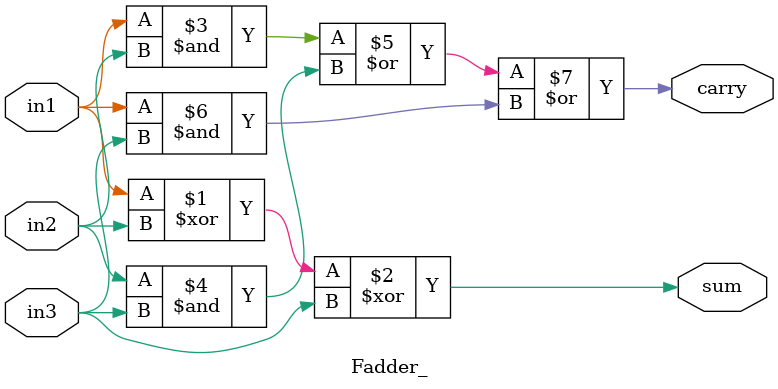
<source format=v>
module Fadder_(
carry,
  sum,
  in3,
  in2,
  in1
  );
  input in1, in2, in3;
  output sum, carry;
  assign sum=in1^in2^in3;
  assign carry=(in1&in2) | (in2&in3) | (in1&in3);
endmodule
</source>
